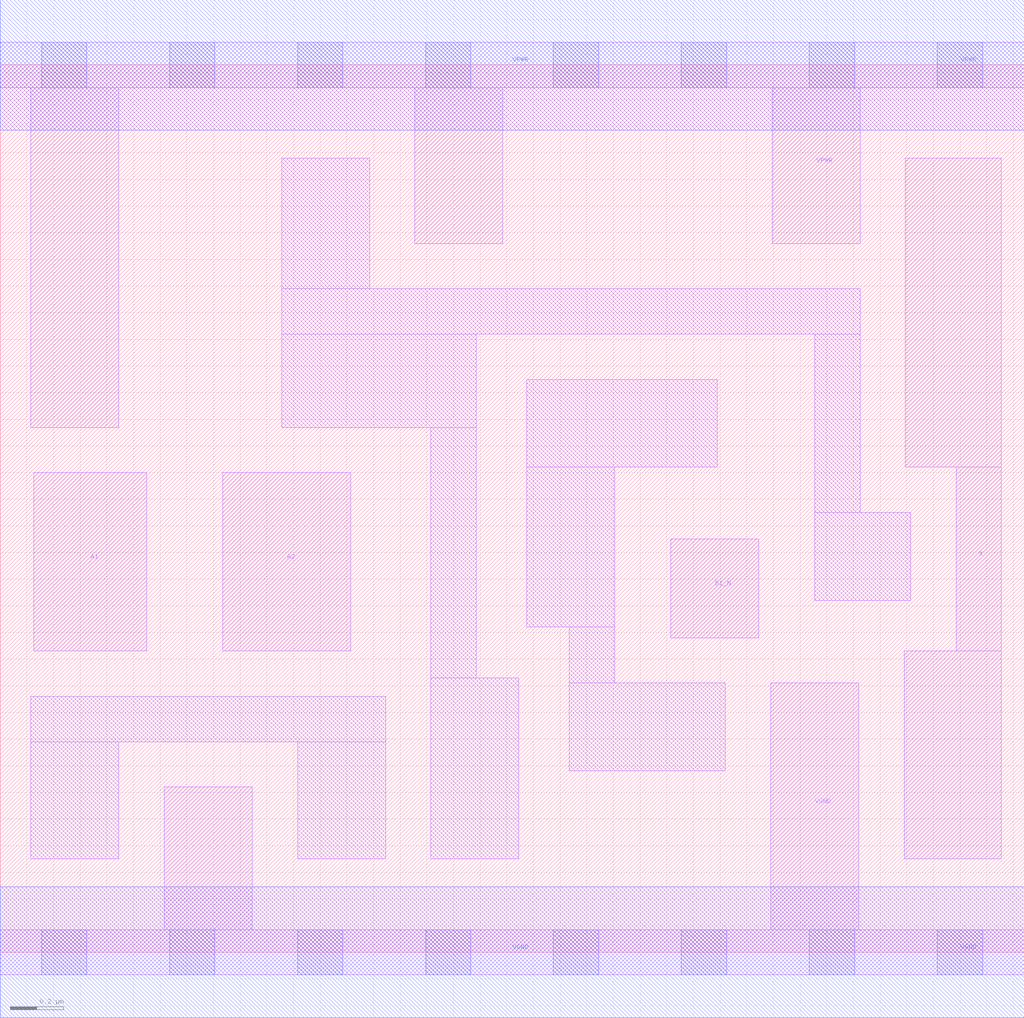
<source format=lef>
# Copyright 2020 The SkyWater PDK Authors
#
# Licensed under the Apache License, Version 2.0 (the "License");
# you may not use this file except in compliance with the License.
# You may obtain a copy of the License at
#
#     https://www.apache.org/licenses/LICENSE-2.0
#
# Unless required by applicable law or agreed to in writing, software
# distributed under the License is distributed on an "AS IS" BASIS,
# WITHOUT WARRANTIES OR CONDITIONS OF ANY KIND, either express or implied.
# See the License for the specific language governing permissions and
# limitations under the License.
#
# SPDX-License-Identifier: Apache-2.0

VERSION 5.7 ;
  NAMESCASESENSITIVE ON ;
  NOWIREEXTENSIONATPIN ON ;
  DIVIDERCHAR "/" ;
  BUSBITCHARS "[]" ;
UNITS
  DATABASE MICRONS 200 ;
END UNITS
MACRO sky130_fd_sc_ls__o21ba_1
  CLASS CORE ;
  SOURCE USER ;
  FOREIGN sky130_fd_sc_ls__o21ba_1 ;
  ORIGIN  0.000000  0.000000 ;
  SIZE  3.840000 BY  3.330000 ;
  SYMMETRY X Y ;
  SITE unit ;
  PIN A1
    ANTENNAGATEAREA  0.246000 ;
    DIRECTION INPUT ;
    USE SIGNAL ;
    PORT
      LAYER li1 ;
        RECT 0.125000 1.130000 0.550000 1.800000 ;
    END
  END A1
  PIN A2
    ANTENNAGATEAREA  0.246000 ;
    DIRECTION INPUT ;
    USE SIGNAL ;
    PORT
      LAYER li1 ;
        RECT 0.835000 1.130000 1.315000 1.800000 ;
    END
  END A2
  PIN B1_N
    ANTENNAGATEAREA  0.208500 ;
    DIRECTION INPUT ;
    USE SIGNAL ;
    PORT
      LAYER li1 ;
        RECT 2.515000 1.180000 2.845000 1.550000 ;
    END
  END B1_N
  PIN X
    ANTENNADIFFAREA  0.541300 ;
    DIRECTION OUTPUT ;
    USE SIGNAL ;
    PORT
      LAYER li1 ;
        RECT 3.390000 0.350000 3.755000 1.130000 ;
        RECT 3.395000 1.820000 3.755000 2.980000 ;
        RECT 3.585000 1.130000 3.755000 1.820000 ;
    END
  END X
  PIN VGND
    DIRECTION INOUT ;
    SHAPE ABUTMENT ;
    USE GROUND ;
    PORT
      LAYER li1 ;
        RECT 0.000000 -0.085000 3.840000 0.085000 ;
        RECT 0.615000  0.085000 0.945000 0.620000 ;
        RECT 2.890000  0.085000 3.220000 1.010000 ;
      LAYER mcon ;
        RECT 0.155000 -0.085000 0.325000 0.085000 ;
        RECT 0.635000 -0.085000 0.805000 0.085000 ;
        RECT 1.115000 -0.085000 1.285000 0.085000 ;
        RECT 1.595000 -0.085000 1.765000 0.085000 ;
        RECT 2.075000 -0.085000 2.245000 0.085000 ;
        RECT 2.555000 -0.085000 2.725000 0.085000 ;
        RECT 3.035000 -0.085000 3.205000 0.085000 ;
        RECT 3.515000 -0.085000 3.685000 0.085000 ;
      LAYER met1 ;
        RECT 0.000000 -0.245000 3.840000 0.245000 ;
    END
  END VGND
  PIN VPWR
    DIRECTION INOUT ;
    SHAPE ABUTMENT ;
    USE POWER ;
    PORT
      LAYER li1 ;
        RECT 0.000000 3.245000 3.840000 3.415000 ;
        RECT 0.115000 1.970000 0.445000 3.245000 ;
        RECT 1.555000 2.660000 1.885000 3.245000 ;
        RECT 2.895000 2.660000 3.225000 3.245000 ;
      LAYER mcon ;
        RECT 0.155000 3.245000 0.325000 3.415000 ;
        RECT 0.635000 3.245000 0.805000 3.415000 ;
        RECT 1.115000 3.245000 1.285000 3.415000 ;
        RECT 1.595000 3.245000 1.765000 3.415000 ;
        RECT 2.075000 3.245000 2.245000 3.415000 ;
        RECT 2.555000 3.245000 2.725000 3.415000 ;
        RECT 3.035000 3.245000 3.205000 3.415000 ;
        RECT 3.515000 3.245000 3.685000 3.415000 ;
      LAYER met1 ;
        RECT 0.000000 3.085000 3.840000 3.575000 ;
    END
  END VPWR
  OBS
    LAYER li1 ;
      RECT 0.115000 0.350000 0.445000 0.790000 ;
      RECT 0.115000 0.790000 1.445000 0.960000 ;
      RECT 1.055000 1.970000 1.785000 2.320000 ;
      RECT 1.055000 2.320000 3.225000 2.490000 ;
      RECT 1.055000 2.490000 1.385000 2.980000 ;
      RECT 1.115000 0.350000 1.445000 0.790000 ;
      RECT 1.615000 0.350000 1.945000 1.030000 ;
      RECT 1.615000 1.030000 1.785000 1.970000 ;
      RECT 1.975000 1.220000 2.305000 1.820000 ;
      RECT 1.975000 1.820000 2.690000 2.150000 ;
      RECT 2.135000 0.680000 2.720000 1.010000 ;
      RECT 2.135000 1.010000 2.305000 1.220000 ;
      RECT 3.055000 1.320000 3.415000 1.650000 ;
      RECT 3.055000 1.650000 3.225000 2.320000 ;
  END
END sky130_fd_sc_ls__o21ba_1

</source>
